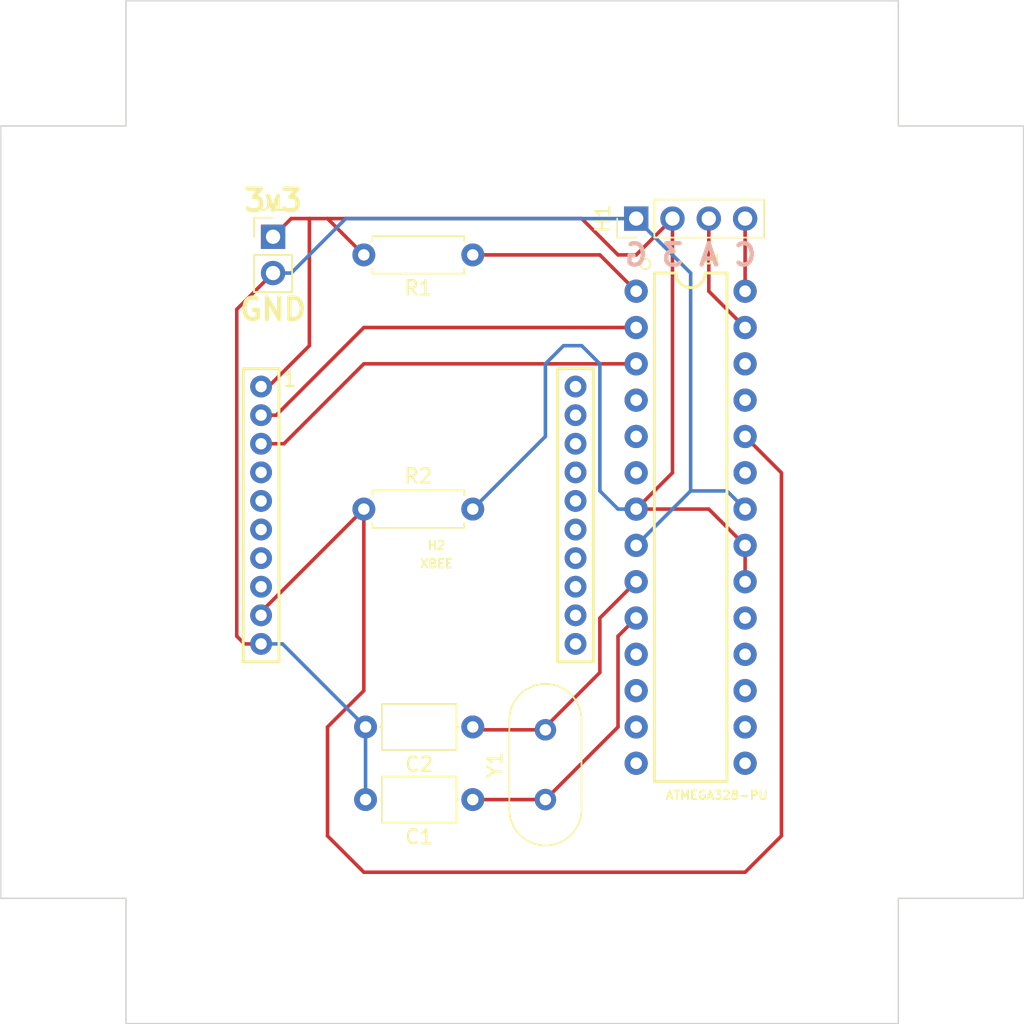
<source format=kicad_pcb>
(kicad_pcb (version 4) (host pcbnew 4.0.7)

  (general
    (links 24)
    (no_connects 0)
    (area 112.979999 53.289999 184.631801 124.941801)
    (thickness 1.6)
    (drawings 18)
    (tracks 70)
    (zones 0)
    (modules 13)
    (nets 41)
  )

  (page A4)
  (layers
    (0 F.Cu signal)
    (31 B.Cu signal)
    (32 B.Adhes user)
    (33 F.Adhes user)
    (34 B.Paste user)
    (35 F.Paste user)
    (36 B.SilkS user)
    (37 F.SilkS user)
    (38 B.Mask user)
    (39 F.Mask user)
    (40 Dwgs.User user)
    (41 Cmts.User user)
    (42 Eco1.User user)
    (43 Eco2.User user)
    (44 Edge.Cuts user)
    (45 Margin user)
    (46 B.CrtYd user)
    (47 F.CrtYd user)
    (48 B.Fab user)
    (49 F.Fab user)
  )

  (setup
    (last_trace_width 0.25)
    (trace_clearance 0.2)
    (zone_clearance 0.508)
    (zone_45_only yes)
    (trace_min 0.2)
    (segment_width 0.2)
    (edge_width 0.1)
    (via_size 0.6)
    (via_drill 0.4)
    (via_min_size 0.4)
    (via_min_drill 0.3)
    (uvia_size 0.3)
    (uvia_drill 0.1)
    (uvias_allowed no)
    (uvia_min_size 0.2)
    (uvia_min_drill 0.1)
    (pcb_text_width 0.3)
    (pcb_text_size 1.5 1.5)
    (mod_edge_width 0.15)
    (mod_text_size 1 1)
    (mod_text_width 0.15)
    (pad_size 3.2 3.2)
    (pad_drill 3.2)
    (pad_to_mask_clearance 0)
    (aux_axis_origin 0 0)
    (visible_elements FFFFFF7F)
    (pcbplotparams
      (layerselection 0x010f0_80000001)
      (usegerberextensions false)
      (excludeedgelayer true)
      (linewidth 0.100000)
      (plotframeref false)
      (viasonmask false)
      (mode 1)
      (useauxorigin false)
      (hpglpennumber 1)
      (hpglpenspeed 20)
      (hpglpendiameter 15)
      (hpglpenoverlay 2)
      (psnegative false)
      (psa4output false)
      (plotreference true)
      (plotvalue true)
      (plotinvisibletext false)
      (padsonsilk false)
      (subtractmaskfromsilk false)
      (outputformat 1)
      (mirror false)
      (drillshape 0)
      (scaleselection 1)
      (outputdirectory gerber/))
  )

  (net 0 "")
  (net 1 "Net-(C1-Pad1)")
  (net 2 GND)
  (net 3 "Net-(C2-Pad1)")
  (net 4 /3v3)
  (net 5 /SDA)
  (net 6 /SCL)
  (net 7 "Net-(H2-Pad2)")
  (net 8 "Net-(H2-Pad3)")
  (net 9 "Net-(H2-Pad4)")
  (net 10 "Net-(H2-Pad5)")
  (net 11 "Net-(H2-Pad6)")
  (net 12 "Net-(H2-Pad7)")
  (net 13 "Net-(H2-Pad8)")
  (net 14 "Net-(H2-Pad9)")
  (net 15 "Net-(H2-Pad11)")
  (net 16 "Net-(H2-Pad12)")
  (net 17 "Net-(H2-Pad13)")
  (net 18 "Net-(H2-Pad14)")
  (net 19 "Net-(H2-Pad15)")
  (net 20 "Net-(H2-Pad16)")
  (net 21 "Net-(H2-Pad17)")
  (net 22 "Net-(H2-Pad18)")
  (net 23 "Net-(H2-Pad19)")
  (net 24 "Net-(H2-Pad20)")
  (net 25 "Net-(U1-Pad4)")
  (net 26 "Net-(U1-Pad5)")
  (net 27 "Net-(U1-Pad6)")
  (net 28 "Net-(U1-Pad11)")
  (net 29 "Net-(U1-Pad12)")
  (net 30 "Net-(U1-Pad13)")
  (net 31 "Net-(U1-Pad14)")
  (net 32 "Net-(U1-Pad15)")
  (net 33 "Net-(U1-Pad16)")
  (net 34 "Net-(U1-Pad17)")
  (net 35 "Net-(U1-Pad18)")
  (net 36 "Net-(U1-Pad19)")
  (net 37 "Net-(U1-Pad23)")
  (net 38 "Net-(U1-Pad25)")
  (net 39 "Net-(U1-Pad26)")
  (net 40 "Net-(R1-Pad1)")

  (net_class Default "This is the default net class."
    (clearance 0.2)
    (trace_width 0.25)
    (via_dia 0.6)
    (via_drill 0.4)
    (uvia_dia 0.3)
    (uvia_drill 0.1)
    (add_net /3v3)
    (add_net /SCL)
    (add_net /SDA)
    (add_net GND)
    (add_net "Net-(C1-Pad1)")
    (add_net "Net-(C2-Pad1)")
    (add_net "Net-(H2-Pad11)")
    (add_net "Net-(H2-Pad12)")
    (add_net "Net-(H2-Pad13)")
    (add_net "Net-(H2-Pad14)")
    (add_net "Net-(H2-Pad15)")
    (add_net "Net-(H2-Pad16)")
    (add_net "Net-(H2-Pad17)")
    (add_net "Net-(H2-Pad18)")
    (add_net "Net-(H2-Pad19)")
    (add_net "Net-(H2-Pad2)")
    (add_net "Net-(H2-Pad20)")
    (add_net "Net-(H2-Pad3)")
    (add_net "Net-(H2-Pad4)")
    (add_net "Net-(H2-Pad5)")
    (add_net "Net-(H2-Pad6)")
    (add_net "Net-(H2-Pad7)")
    (add_net "Net-(H2-Pad8)")
    (add_net "Net-(H2-Pad9)")
    (add_net "Net-(R1-Pad1)")
    (add_net "Net-(U1-Pad11)")
    (add_net "Net-(U1-Pad12)")
    (add_net "Net-(U1-Pad13)")
    (add_net "Net-(U1-Pad14)")
    (add_net "Net-(U1-Pad15)")
    (add_net "Net-(U1-Pad16)")
    (add_net "Net-(U1-Pad17)")
    (add_net "Net-(U1-Pad18)")
    (add_net "Net-(U1-Pad19)")
    (add_net "Net-(U1-Pad23)")
    (add_net "Net-(U1-Pad25)")
    (add_net "Net-(U1-Pad26)")
    (add_net "Net-(U1-Pad4)")
    (add_net "Net-(U1-Pad5)")
    (add_net "Net-(U1-Pad6)")
  )

  (module Capacitors_THT:C_Axial_L5.1mm_D3.1mm_P7.50mm_Horizontal (layer F.Cu) (tedit 597BC7C2) (tstamp 5AD38C93)
    (at 146.05 109.22 180)
    (descr "C, Axial series, Axial, Horizontal, pin pitch=7.5mm, , length*diameter=5.1*3.1mm^2, http://www.vishay.com/docs/45231/arseries.pdf")
    (tags "C Axial series Axial Horizontal pin pitch 7.5mm  length 5.1mm diameter 3.1mm")
    (path /5AC16A57)
    (fp_text reference C1 (at 3.75 -2.61 180) (layer F.SilkS)
      (effects (font (size 1 1) (thickness 0.15)))
    )
    (fp_text value 22pF (at 3.75 2.61 180) (layer F.Fab)
      (effects (font (size 1 1) (thickness 0.15)))
    )
    (fp_line (start 1.2 -1.55) (end 1.2 1.55) (layer F.Fab) (width 0.1))
    (fp_line (start 1.2 1.55) (end 6.3 1.55) (layer F.Fab) (width 0.1))
    (fp_line (start 6.3 1.55) (end 6.3 -1.55) (layer F.Fab) (width 0.1))
    (fp_line (start 6.3 -1.55) (end 1.2 -1.55) (layer F.Fab) (width 0.1))
    (fp_line (start 0 0) (end 1.2 0) (layer F.Fab) (width 0.1))
    (fp_line (start 7.5 0) (end 6.3 0) (layer F.Fab) (width 0.1))
    (fp_line (start 1.14 -1.61) (end 1.14 1.61) (layer F.SilkS) (width 0.12))
    (fp_line (start 1.14 1.61) (end 6.36 1.61) (layer F.SilkS) (width 0.12))
    (fp_line (start 6.36 1.61) (end 6.36 -1.61) (layer F.SilkS) (width 0.12))
    (fp_line (start 6.36 -1.61) (end 1.14 -1.61) (layer F.SilkS) (width 0.12))
    (fp_line (start 0.98 0) (end 1.14 0) (layer F.SilkS) (width 0.12))
    (fp_line (start 6.52 0) (end 6.36 0) (layer F.SilkS) (width 0.12))
    (fp_line (start -1.05 -1.9) (end -1.05 1.9) (layer F.CrtYd) (width 0.05))
    (fp_line (start -1.05 1.9) (end 8.55 1.9) (layer F.CrtYd) (width 0.05))
    (fp_line (start 8.55 1.9) (end 8.55 -1.9) (layer F.CrtYd) (width 0.05))
    (fp_line (start 8.55 -1.9) (end -1.05 -1.9) (layer F.CrtYd) (width 0.05))
    (fp_text user %R (at 3.75 0 180) (layer F.Fab)
      (effects (font (size 1 1) (thickness 0.15)))
    )
    (pad 1 thru_hole circle (at 0 0 180) (size 1.6 1.6) (drill 0.8) (layers *.Cu *.Mask)
      (net 1 "Net-(C1-Pad1)"))
    (pad 2 thru_hole oval (at 7.5 0 180) (size 1.6 1.6) (drill 0.8) (layers *.Cu *.Mask)
      (net 2 GND))
    (model ${KISYS3DMOD}/Capacitors_THT.3dshapes/C_Axial_L5.1mm_D3.1mm_P7.50mm_Horizontal.wrl
      (at (xyz 0 0 0))
      (scale (xyz 1 1 1))
      (rotate (xyz 0 0 0))
    )
  )

  (module Capacitors_THT:C_Axial_L5.1mm_D3.1mm_P7.50mm_Horizontal (layer F.Cu) (tedit 597BC7C2) (tstamp 5AD38C99)
    (at 146.05 104.14 180)
    (descr "C, Axial series, Axial, Horizontal, pin pitch=7.5mm, , length*diameter=5.1*3.1mm^2, http://www.vishay.com/docs/45231/arseries.pdf")
    (tags "C Axial series Axial Horizontal pin pitch 7.5mm  length 5.1mm diameter 3.1mm")
    (path /5AC16AB2)
    (fp_text reference C2 (at 3.75 -2.61 180) (layer F.SilkS)
      (effects (font (size 1 1) (thickness 0.15)))
    )
    (fp_text value 22pF (at 3.75 2.61 180) (layer F.Fab)
      (effects (font (size 1 1) (thickness 0.15)))
    )
    (fp_line (start 1.2 -1.55) (end 1.2 1.55) (layer F.Fab) (width 0.1))
    (fp_line (start 1.2 1.55) (end 6.3 1.55) (layer F.Fab) (width 0.1))
    (fp_line (start 6.3 1.55) (end 6.3 -1.55) (layer F.Fab) (width 0.1))
    (fp_line (start 6.3 -1.55) (end 1.2 -1.55) (layer F.Fab) (width 0.1))
    (fp_line (start 0 0) (end 1.2 0) (layer F.Fab) (width 0.1))
    (fp_line (start 7.5 0) (end 6.3 0) (layer F.Fab) (width 0.1))
    (fp_line (start 1.14 -1.61) (end 1.14 1.61) (layer F.SilkS) (width 0.12))
    (fp_line (start 1.14 1.61) (end 6.36 1.61) (layer F.SilkS) (width 0.12))
    (fp_line (start 6.36 1.61) (end 6.36 -1.61) (layer F.SilkS) (width 0.12))
    (fp_line (start 6.36 -1.61) (end 1.14 -1.61) (layer F.SilkS) (width 0.12))
    (fp_line (start 0.98 0) (end 1.14 0) (layer F.SilkS) (width 0.12))
    (fp_line (start 6.52 0) (end 6.36 0) (layer F.SilkS) (width 0.12))
    (fp_line (start -1.05 -1.9) (end -1.05 1.9) (layer F.CrtYd) (width 0.05))
    (fp_line (start -1.05 1.9) (end 8.55 1.9) (layer F.CrtYd) (width 0.05))
    (fp_line (start 8.55 1.9) (end 8.55 -1.9) (layer F.CrtYd) (width 0.05))
    (fp_line (start 8.55 -1.9) (end -1.05 -1.9) (layer F.CrtYd) (width 0.05))
    (fp_text user %R (at 3.75 0 180) (layer F.Fab)
      (effects (font (size 1 1) (thickness 0.15)))
    )
    (pad 1 thru_hole circle (at 0 0 180) (size 1.6 1.6) (drill 0.8) (layers *.Cu *.Mask)
      (net 3 "Net-(C2-Pad1)"))
    (pad 2 thru_hole oval (at 7.5 0 180) (size 1.6 1.6) (drill 0.8) (layers *.Cu *.Mask)
      (net 2 GND))
    (model ${KISYS3DMOD}/Capacitors_THT.3dshapes/C_Axial_L5.1mm_D3.1mm_P7.50mm_Horizontal.wrl
      (at (xyz 0 0 0))
      (scale (xyz 1 1 1))
      (rotate (xyz 0 0 0))
    )
  )

  (module Socket_Strips:Socket_Strip_Straight_1x04_Pitch2.54mm (layer F.Cu) (tedit 58CD5446) (tstamp 5AD38CA1)
    (at 157.48 68.58 90)
    (descr "Through hole straight socket strip, 1x04, 2.54mm pitch, single row")
    (tags "Through hole socket strip THT 1x04 2.54mm single row")
    (path /5ABED89A)
    (fp_text reference H1 (at 0 -2.33 90) (layer F.SilkS)
      (effects (font (size 1 1) (thickness 0.15)))
    )
    (fp_text value Conn_01x04_Female (at 0 9.95 90) (layer F.Fab)
      (effects (font (size 1 1) (thickness 0.15)))
    )
    (fp_line (start -1.27 -1.27) (end -1.27 8.89) (layer F.Fab) (width 0.1))
    (fp_line (start -1.27 8.89) (end 1.27 8.89) (layer F.Fab) (width 0.1))
    (fp_line (start 1.27 8.89) (end 1.27 -1.27) (layer F.Fab) (width 0.1))
    (fp_line (start 1.27 -1.27) (end -1.27 -1.27) (layer F.Fab) (width 0.1))
    (fp_line (start -1.33 1.27) (end -1.33 8.95) (layer F.SilkS) (width 0.12))
    (fp_line (start -1.33 8.95) (end 1.33 8.95) (layer F.SilkS) (width 0.12))
    (fp_line (start 1.33 8.95) (end 1.33 1.27) (layer F.SilkS) (width 0.12))
    (fp_line (start 1.33 1.27) (end -1.33 1.27) (layer F.SilkS) (width 0.12))
    (fp_line (start -1.33 0) (end -1.33 -1.33) (layer F.SilkS) (width 0.12))
    (fp_line (start -1.33 -1.33) (end 0 -1.33) (layer F.SilkS) (width 0.12))
    (fp_line (start -1.8 -1.8) (end -1.8 9.4) (layer F.CrtYd) (width 0.05))
    (fp_line (start -1.8 9.4) (end 1.8 9.4) (layer F.CrtYd) (width 0.05))
    (fp_line (start 1.8 9.4) (end 1.8 -1.8) (layer F.CrtYd) (width 0.05))
    (fp_line (start 1.8 -1.8) (end -1.8 -1.8) (layer F.CrtYd) (width 0.05))
    (fp_text user %R (at 0 -2.33 90) (layer F.Fab)
      (effects (font (size 1 1) (thickness 0.15)))
    )
    (pad 1 thru_hole rect (at 0 0 90) (size 1.7 1.7) (drill 1) (layers *.Cu *.Mask)
      (net 2 GND))
    (pad 2 thru_hole oval (at 0 2.54 90) (size 1.7 1.7) (drill 1) (layers *.Cu *.Mask)
      (net 4 /3v3))
    (pad 3 thru_hole oval (at 0 5.08 90) (size 1.7 1.7) (drill 1) (layers *.Cu *.Mask)
      (net 5 /SDA))
    (pad 4 thru_hole oval (at 0 7.62 90) (size 1.7 1.7) (drill 1) (layers *.Cu *.Mask)
      (net 6 /SCL))
    (model ${KISYS3DMOD}/Socket_Strips.3dshapes/Socket_Strip_Straight_1x04_Pitch2.54mm.wrl
      (at (xyz 0 -0.15 0))
      (scale (xyz 1 1 1))
      (rotate (xyz 0 0 270))
    )
  )

  (module SparkFun:XBEE (layer F.Cu) (tedit 5AD39156) (tstamp 5AD38CB9)
    (at 142.24 100.33)
    (descr "DIGI XBEE AND XBEE-PRO RF MODULES")
    (tags "DIGI XBEE AND XBEE-PRO RF MODULES")
    (path /5ABED811)
    (attr virtual)
    (fp_text reference H2 (at 1.27 -8.89) (layer F.SilkS)
      (effects (font (size 0.6096 0.6096) (thickness 0.127)))
    )
    (fp_text value XBEE (at 1.27 -7.62) (layer F.SilkS)
      (effects (font (size 0.6096 0.6096) (thickness 0.127)))
    )
    (fp_line (start -4.99872 -27.59964) (end 4.99872 -27.59964) (layer Dwgs.User) (width 0.127))
    (fp_line (start -12.24788 -21.24964) (end -4.99872 -27.59964) (layer Dwgs.User) (width 0.127))
    (fp_line (start 12.24788 -21.24964) (end 4.99872 -27.59964) (layer Dwgs.User) (width 0.127))
    (fp_line (start 9.74852 -21.24964) (end 12.24788 -21.24964) (layer F.SilkS) (width 0.2032))
    (fp_line (start 12.24788 -21.24964) (end 12.24788 -0.7493) (layer F.SilkS) (width 0.2032))
    (fp_line (start 12.24788 -0.7493) (end 9.74852 -0.7493) (layer F.SilkS) (width 0.2032))
    (fp_line (start 9.74852 -21.24964) (end 9.74852 -0.7493) (layer F.SilkS) (width 0.2032))
    (fp_line (start -9.74852 -21.24964) (end -12.24788 -21.24964) (layer F.SilkS) (width 0.2032))
    (fp_line (start -12.24788 -21.24964) (end -12.24788 -0.7493) (layer F.SilkS) (width 0.2032))
    (fp_line (start -12.24788 -0.7493) (end -9.74852 -0.7493) (layer F.SilkS) (width 0.2032))
    (fp_line (start -9.74852 -21.24964) (end -9.74852 -0.7493) (layer F.SilkS) (width 0.2032))
    (fp_line (start -12.24788 -0.7493) (end -12.24788 0) (layer Dwgs.User) (width 0.127))
    (fp_line (start 12.24788 -0.7493) (end 12.24788 0) (layer Dwgs.User) (width 0.127))
    (fp_line (start -12.24788 0) (end 12.24788 0) (layer Dwgs.User) (width 0.127))
    (fp_line (start 12.24788 0) (end 12.24788 6.2484) (layer Dwgs.User) (width 0.127))
    (fp_line (start -12.24788 0) (end -12.24788 6.2484) (layer Dwgs.User) (width 0.127))
    (fp_line (start -12.24788 6.2484) (end 12.24788 6.2484) (layer Dwgs.User) (width 0.127))
    (fp_text user 1 (at -8.9916 -20.50796) (layer F.SilkS)
      (effects (font (size 1.016 1.016) (thickness 0.1524)))
    )
    (pad 1 thru_hole circle (at -10.9982 -19.99996) (size 1.524 1.524) (drill 0.79756) (layers *.Cu *.Paste *.Mask)
      (net 4 /3v3))
    (pad 2 thru_hole circle (at -10.9982 -17.99844) (size 1.524 1.524) (drill 0.79756) (layers *.Cu *.Paste *.Mask)
      (net 7 "Net-(H2-Pad2)"))
    (pad 3 thru_hole circle (at -10.9982 -15.99946) (size 1.524 1.524) (drill 0.79756) (layers *.Cu *.Paste *.Mask)
      (net 8 "Net-(H2-Pad3)"))
    (pad 4 thru_hole circle (at -10.9982 -13.99794) (size 1.524 1.524) (drill 0.79756) (layers *.Cu *.Paste *.Mask)
      (net 9 "Net-(H2-Pad4)"))
    (pad 5 thru_hole circle (at -10.9982 -11.99896) (size 1.524 1.524) (drill 0.79756) (layers *.Cu *.Paste *.Mask)
      (net 10 "Net-(H2-Pad5)"))
    (pad 6 thru_hole circle (at -10.9982 -9.99998) (size 1.524 1.524) (drill 0.79756) (layers *.Cu *.Paste *.Mask)
      (net 11 "Net-(H2-Pad6)"))
    (pad 7 thru_hole circle (at -10.9982 -7.99846) (size 1.524 1.524) (drill 0.79756) (layers *.Cu *.Paste *.Mask)
      (net 12 "Net-(H2-Pad7)"))
    (pad 8 thru_hole circle (at -10.9982 -5.99948) (size 1.524 1.524) (drill 0.79756) (layers *.Cu *.Paste *.Mask)
      (net 13 "Net-(H2-Pad8)"))
    (pad 9 thru_hole circle (at -10.9982 -3.99796) (size 1.524 1.524) (drill 0.79756) (layers *.Cu *.Paste *.Mask)
      (net 14 "Net-(H2-Pad9)"))
    (pad 10 thru_hole circle (at -10.9982 -1.99898) (size 1.524 1.524) (drill 0.79756) (layers *.Cu *.Paste *.Mask)
      (net 2 GND))
    (pad 11 thru_hole circle (at 10.9982 -1.99898) (size 1.524 1.524) (drill 0.79756) (layers *.Cu *.Paste *.Mask)
      (net 15 "Net-(H2-Pad11)"))
    (pad 12 thru_hole circle (at 10.9982 -3.99796) (size 1.524 1.524) (drill 0.79756) (layers *.Cu *.Paste *.Mask)
      (net 16 "Net-(H2-Pad12)"))
    (pad 13 thru_hole circle (at 10.9982 -5.99948) (size 1.524 1.524) (drill 0.79756) (layers *.Cu *.Paste *.Mask)
      (net 17 "Net-(H2-Pad13)"))
    (pad 14 thru_hole circle (at 10.9982 -7.99846) (size 1.524 1.524) (drill 0.79756) (layers *.Cu *.Paste *.Mask)
      (net 18 "Net-(H2-Pad14)"))
    (pad 15 thru_hole circle (at 10.9982 -9.99998) (size 1.524 1.524) (drill 0.79756) (layers *.Cu *.Paste *.Mask)
      (net 19 "Net-(H2-Pad15)"))
    (pad 16 thru_hole circle (at 10.9982 -11.99896) (size 1.524 1.524) (drill 0.79756) (layers *.Cu *.Paste *.Mask)
      (net 20 "Net-(H2-Pad16)"))
    (pad 17 thru_hole circle (at 10.9982 -13.99794) (size 1.524 1.524) (drill 0.79756) (layers *.Cu *.Paste *.Mask)
      (net 21 "Net-(H2-Pad17)"))
    (pad 18 thru_hole circle (at 10.9982 -15.99946) (size 1.524 1.524) (drill 0.79756) (layers *.Cu *.Paste *.Mask)
      (net 22 "Net-(H2-Pad18)"))
    (pad 19 thru_hole circle (at 10.9982 -17.99844) (size 1.524 1.524) (drill 0.79756) (layers *.Cu *.Paste *.Mask)
      (net 23 "Net-(H2-Pad19)"))
    (pad 20 thru_hole circle (at 10.9982 -19.99996) (size 1.524 1.524) (drill 0.79756) (layers *.Cu *.Paste *.Mask)
      (net 24 "Net-(H2-Pad20)"))
  )

  (module Socket_Strips:Socket_Strip_Straight_1x02_Pitch2.54mm (layer F.Cu) (tedit 58CD5446) (tstamp 5AD38CBF)
    (at 132.08 69.85)
    (descr "Through hole straight socket strip, 1x02, 2.54mm pitch, single row")
    (tags "Through hole socket strip THT 1x02 2.54mm single row")
    (path /5AD38403)
    (fp_text reference J1 (at 0 -2.33) (layer F.SilkS)
      (effects (font (size 1 1) (thickness 0.15)))
    )
    (fp_text value Conn_01x02_Female (at 0 4.87) (layer F.Fab)
      (effects (font (size 1 1) (thickness 0.15)))
    )
    (fp_line (start -1.27 -1.27) (end -1.27 3.81) (layer F.Fab) (width 0.1))
    (fp_line (start -1.27 3.81) (end 1.27 3.81) (layer F.Fab) (width 0.1))
    (fp_line (start 1.27 3.81) (end 1.27 -1.27) (layer F.Fab) (width 0.1))
    (fp_line (start 1.27 -1.27) (end -1.27 -1.27) (layer F.Fab) (width 0.1))
    (fp_line (start -1.33 1.27) (end -1.33 3.87) (layer F.SilkS) (width 0.12))
    (fp_line (start -1.33 3.87) (end 1.33 3.87) (layer F.SilkS) (width 0.12))
    (fp_line (start 1.33 3.87) (end 1.33 1.27) (layer F.SilkS) (width 0.12))
    (fp_line (start 1.33 1.27) (end -1.33 1.27) (layer F.SilkS) (width 0.12))
    (fp_line (start -1.33 0) (end -1.33 -1.33) (layer F.SilkS) (width 0.12))
    (fp_line (start -1.33 -1.33) (end 0 -1.33) (layer F.SilkS) (width 0.12))
    (fp_line (start -1.8 -1.8) (end -1.8 4.35) (layer F.CrtYd) (width 0.05))
    (fp_line (start -1.8 4.35) (end 1.8 4.35) (layer F.CrtYd) (width 0.05))
    (fp_line (start 1.8 4.35) (end 1.8 -1.8) (layer F.CrtYd) (width 0.05))
    (fp_line (start 1.8 -1.8) (end -1.8 -1.8) (layer F.CrtYd) (width 0.05))
    (fp_text user %R (at 0 -2.33) (layer F.Fab)
      (effects (font (size 1 1) (thickness 0.15)))
    )
    (pad 1 thru_hole rect (at 0 0) (size 1.7 1.7) (drill 1) (layers *.Cu *.Mask)
      (net 4 /3v3))
    (pad 2 thru_hole oval (at 0 2.54) (size 1.7 1.7) (drill 1) (layers *.Cu *.Mask)
      (net 2 GND))
    (model ${KISYS3DMOD}/Socket_Strips.3dshapes/Socket_Strip_Straight_1x02_Pitch2.54mm.wrl
      (at (xyz 0 -0.05 0))
      (scale (xyz 1 1 1))
      (rotate (xyz 0 0 270))
    )
  )

  (module Resistors_THT:R_Axial_DIN0207_L6.3mm_D2.5mm_P7.62mm_Horizontal (layer F.Cu) (tedit 5874F706) (tstamp 5AD38CC5)
    (at 146.05 71.12 180)
    (descr "Resistor, Axial_DIN0207 series, Axial, Horizontal, pin pitch=7.62mm, 0.25W = 1/4W, length*diameter=6.3*2.5mm^2, http://cdn-reichelt.de/documents/datenblatt/B400/1_4W%23YAG.pdf")
    (tags "Resistor Axial_DIN0207 series Axial Horizontal pin pitch 7.62mm 0.25W = 1/4W length 6.3mm diameter 2.5mm")
    (path /5AC15738)
    (fp_text reference R1 (at 3.81 -2.31 180) (layer F.SilkS)
      (effects (font (size 1 1) (thickness 0.15)))
    )
    (fp_text value 10k (at 3.81 2.31 180) (layer F.Fab)
      (effects (font (size 1 1) (thickness 0.15)))
    )
    (fp_line (start 0.66 -1.25) (end 0.66 1.25) (layer F.Fab) (width 0.1))
    (fp_line (start 0.66 1.25) (end 6.96 1.25) (layer F.Fab) (width 0.1))
    (fp_line (start 6.96 1.25) (end 6.96 -1.25) (layer F.Fab) (width 0.1))
    (fp_line (start 6.96 -1.25) (end 0.66 -1.25) (layer F.Fab) (width 0.1))
    (fp_line (start 0 0) (end 0.66 0) (layer F.Fab) (width 0.1))
    (fp_line (start 7.62 0) (end 6.96 0) (layer F.Fab) (width 0.1))
    (fp_line (start 0.6 -0.98) (end 0.6 -1.31) (layer F.SilkS) (width 0.12))
    (fp_line (start 0.6 -1.31) (end 7.02 -1.31) (layer F.SilkS) (width 0.12))
    (fp_line (start 7.02 -1.31) (end 7.02 -0.98) (layer F.SilkS) (width 0.12))
    (fp_line (start 0.6 0.98) (end 0.6 1.31) (layer F.SilkS) (width 0.12))
    (fp_line (start 0.6 1.31) (end 7.02 1.31) (layer F.SilkS) (width 0.12))
    (fp_line (start 7.02 1.31) (end 7.02 0.98) (layer F.SilkS) (width 0.12))
    (fp_line (start -1.05 -1.6) (end -1.05 1.6) (layer F.CrtYd) (width 0.05))
    (fp_line (start -1.05 1.6) (end 8.7 1.6) (layer F.CrtYd) (width 0.05))
    (fp_line (start 8.7 1.6) (end 8.7 -1.6) (layer F.CrtYd) (width 0.05))
    (fp_line (start 8.7 -1.6) (end -1.05 -1.6) (layer F.CrtYd) (width 0.05))
    (pad 1 thru_hole circle (at 0 0 180) (size 1.6 1.6) (drill 0.8) (layers *.Cu *.Mask)
      (net 40 "Net-(R1-Pad1)"))
    (pad 2 thru_hole oval (at 7.62 0 180) (size 1.6 1.6) (drill 0.8) (layers *.Cu *.Mask)
      (net 4 /3v3))
    (model ${KISYS3DMOD}/Resistors_THT.3dshapes/R_Axial_DIN0207_L6.3mm_D2.5mm_P7.62mm_Horizontal.wrl
      (at (xyz 0 0 0))
      (scale (xyz 0.393701 0.393701 0.393701))
      (rotate (xyz 0 0 0))
    )
  )

  (module SparkFun:DIP28 (layer F.Cu) (tedit 200000) (tstamp 5AD38CE5)
    (at 161.29 90.17 270)
    (descr "STANDARD 28-PIN DIP PACKAGE.")
    (tags "STANDARD 28-PIN DIP PACKAGE.")
    (path /5ABED930)
    (attr virtual)
    (fp_text reference U1 (at -18.7198 -1.524 360) (layer F.SilkS)
      (effects (font (size 0.6096 0.6096) (thickness 0.127)))
    )
    (fp_text value ATMEGA328-PU (at 18.7452 -1.8288 360) (layer F.SilkS)
      (effects (font (size 0.6096 0.6096) (thickness 0.127)))
    )
    (fp_line (start 17.78 -2.54) (end -17.78 -2.54) (layer F.SilkS) (width 0.2032))
    (fp_line (start -17.78 2.54) (end 17.78 2.54) (layer F.SilkS) (width 0.2032))
    (fp_line (start 17.78 -2.54) (end 17.78 2.54) (layer F.SilkS) (width 0.2032))
    (fp_line (start -17.78 -2.54) (end -17.78 -1.016) (layer F.SilkS) (width 0.2032))
    (fp_line (start -17.78 2.54) (end -17.78 1.016) (layer F.SilkS) (width 0.2032))
    (fp_circle (center -18.415 3.175) (end -18.669 3.429) (layer F.SilkS) (width 0.127))
    (fp_arc (start -17.78 0) (end -17.78 -1.016) (angle 180) (layer F.SilkS) (width 0.2032))
    (pad 1 thru_hole circle (at -16.51 3.81 270) (size 1.6256 1.6256) (drill 0.8128) (layers *.Cu *.Paste *.Mask)
      (net 40 "Net-(R1-Pad1)"))
    (pad 2 thru_hole circle (at -13.97 3.81 270) (size 1.6256 1.6256) (drill 0.8128) (layers *.Cu *.Paste *.Mask)
      (net 7 "Net-(H2-Pad2)"))
    (pad 3 thru_hole circle (at -11.43 3.81 270) (size 1.6256 1.6256) (drill 0.8128) (layers *.Cu *.Paste *.Mask)
      (net 8 "Net-(H2-Pad3)"))
    (pad 4 thru_hole circle (at -8.89 3.81 270) (size 1.6256 1.6256) (drill 0.8128) (layers *.Cu *.Paste *.Mask)
      (net 25 "Net-(U1-Pad4)"))
    (pad 5 thru_hole circle (at -6.35 3.81 270) (size 1.6256 1.6256) (drill 0.8128) (layers *.Cu *.Paste *.Mask)
      (net 26 "Net-(U1-Pad5)"))
    (pad 6 thru_hole circle (at -3.81 3.81 270) (size 1.6256 1.6256) (drill 0.8128) (layers *.Cu *.Paste *.Mask)
      (net 27 "Net-(U1-Pad6)"))
    (pad 7 thru_hole circle (at -1.27 3.81 270) (size 1.6256 1.6256) (drill 0.8128) (layers *.Cu *.Paste *.Mask)
      (net 4 /3v3))
    (pad 8 thru_hole circle (at 1.27 3.81 270) (size 1.6256 1.6256) (drill 0.8128) (layers *.Cu *.Paste *.Mask)
      (net 2 GND))
    (pad 9 thru_hole circle (at 3.81 3.81 270) (size 1.6256 1.6256) (drill 0.8128) (layers *.Cu *.Paste *.Mask)
      (net 3 "Net-(C2-Pad1)"))
    (pad 10 thru_hole circle (at 6.35 3.81 270) (size 1.6256 1.6256) (drill 0.8128) (layers *.Cu *.Paste *.Mask)
      (net 1 "Net-(C1-Pad1)"))
    (pad 11 thru_hole circle (at 8.89 3.81 270) (size 1.6256 1.6256) (drill 0.8128) (layers *.Cu *.Paste *.Mask)
      (net 28 "Net-(U1-Pad11)"))
    (pad 12 thru_hole circle (at 11.43 3.81 270) (size 1.6256 1.6256) (drill 0.8128) (layers *.Cu *.Paste *.Mask)
      (net 29 "Net-(U1-Pad12)"))
    (pad 13 thru_hole circle (at 13.97 3.81 270) (size 1.6256 1.6256) (drill 0.8128) (layers *.Cu *.Paste *.Mask)
      (net 30 "Net-(U1-Pad13)"))
    (pad 14 thru_hole circle (at 16.51 3.81 270) (size 1.6256 1.6256) (drill 0.8128) (layers *.Cu *.Paste *.Mask)
      (net 31 "Net-(U1-Pad14)"))
    (pad 15 thru_hole circle (at 16.51 -3.81 270) (size 1.6256 1.6256) (drill 0.8128) (layers *.Cu *.Paste *.Mask)
      (net 32 "Net-(U1-Pad15)"))
    (pad 16 thru_hole circle (at 13.97 -3.81 270) (size 1.6256 1.6256) (drill 0.8128) (layers *.Cu *.Paste *.Mask)
      (net 33 "Net-(U1-Pad16)"))
    (pad 17 thru_hole circle (at 11.43 -3.81 270) (size 1.6256 1.6256) (drill 0.8128) (layers *.Cu *.Paste *.Mask)
      (net 34 "Net-(U1-Pad17)"))
    (pad 18 thru_hole circle (at 8.89 -3.81 270) (size 1.6256 1.6256) (drill 0.8128) (layers *.Cu *.Paste *.Mask)
      (net 35 "Net-(U1-Pad18)"))
    (pad 19 thru_hole circle (at 6.35 -3.81 270) (size 1.6256 1.6256) (drill 0.8128) (layers *.Cu *.Paste *.Mask)
      (net 36 "Net-(U1-Pad19)"))
    (pad 20 thru_hole circle (at 3.81 -3.81 270) (size 1.6256 1.6256) (drill 0.8128) (layers *.Cu *.Paste *.Mask)
      (net 4 /3v3))
    (pad 21 thru_hole circle (at 1.27 -3.81 270) (size 1.6256 1.6256) (drill 0.8128) (layers *.Cu *.Paste *.Mask)
      (net 4 /3v3))
    (pad 22 thru_hole circle (at -1.27 -3.81 270) (size 1.6256 1.6256) (drill 0.8128) (layers *.Cu *.Paste *.Mask)
      (net 2 GND))
    (pad 23 thru_hole circle (at -3.81 -3.81 270) (size 1.6256 1.6256) (drill 0.8128) (layers *.Cu *.Paste *.Mask)
      (net 37 "Net-(U1-Pad23)"))
    (pad 24 thru_hole circle (at -6.35 -3.81 270) (size 1.6256 1.6256) (drill 0.8128) (layers *.Cu *.Paste *.Mask)
      (net 14 "Net-(H2-Pad9)"))
    (pad 25 thru_hole circle (at -8.89 -3.81 270) (size 1.6256 1.6256) (drill 0.8128) (layers *.Cu *.Paste *.Mask)
      (net 38 "Net-(U1-Pad25)"))
    (pad 26 thru_hole circle (at -11.43 -3.81 270) (size 1.6256 1.6256) (drill 0.8128) (layers *.Cu *.Paste *.Mask)
      (net 39 "Net-(U1-Pad26)"))
    (pad 27 thru_hole circle (at -13.97 -3.81 270) (size 1.6256 1.6256) (drill 0.8128) (layers *.Cu *.Paste *.Mask)
      (net 5 /SDA))
    (pad 28 thru_hole circle (at -16.51 -3.81 270) (size 1.6256 1.6256) (drill 0.8128) (layers *.Cu *.Paste *.Mask)
      (net 6 /SCL))
  )

  (module Crystals:Crystal_HC49-U_Vertical (layer F.Cu) (tedit 5AD39168) (tstamp 5AD38CEB)
    (at 151.13 109.22 90)
    (descr "Crystal THT HC-49/U http://5hertz.com/pdfs/04404_D.pdf")
    (tags "THT crystalHC-49/U")
    (path /5AC169DE)
    (fp_text reference Y1 (at 2.44 -3.525 90) (layer F.SilkS)
      (effects (font (size 1 1) (thickness 0.15)))
    )
    (fp_text value 16MHz (at 2.44 3.525 90) (layer F.Fab)
      (effects (font (size 1 1) (thickness 0.15)))
    )
    (fp_text user %R (at 2.44 0 90) (layer F.Fab)
      (effects (font (size 1 1) (thickness 0.15)))
    )
    (fp_line (start -0.685 -2.325) (end 5.565 -2.325) (layer F.Fab) (width 0.1))
    (fp_line (start -0.685 2.325) (end 5.565 2.325) (layer F.Fab) (width 0.1))
    (fp_line (start -0.56 -2) (end 5.44 -2) (layer F.Fab) (width 0.1))
    (fp_line (start -0.56 2) (end 5.44 2) (layer F.Fab) (width 0.1))
    (fp_line (start -0.685 -2.525) (end 5.565 -2.525) (layer F.SilkS) (width 0.12))
    (fp_line (start -0.685 2.525) (end 5.565 2.525) (layer F.SilkS) (width 0.12))
    (fp_line (start -3.5 -2.8) (end -3.5 2.8) (layer F.CrtYd) (width 0.05))
    (fp_line (start -3.5 2.8) (end 8.4 2.8) (layer F.CrtYd) (width 0.05))
    (fp_line (start 8.4 2.8) (end 8.4 -2.8) (layer F.CrtYd) (width 0.05))
    (fp_line (start 8.4 -2.8) (end -3.5 -2.8) (layer F.CrtYd) (width 0.05))
    (fp_arc (start -0.685 0) (end -0.685 -2.325) (angle -180) (layer F.Fab) (width 0.1))
    (fp_arc (start 5.565 0) (end 5.565 -2.325) (angle 180) (layer F.Fab) (width 0.1))
    (fp_arc (start -0.56 0) (end -0.56 -2) (angle -180) (layer F.Fab) (width 0.1))
    (fp_arc (start 5.44 0) (end 5.44 -2) (angle 180) (layer F.Fab) (width 0.1))
    (fp_arc (start -0.685 0) (end -0.685 -2.525) (angle -180) (layer F.SilkS) (width 0.12))
    (fp_arc (start 5.565 0) (end 5.565 -2.525) (angle 180) (layer F.SilkS) (width 0.12))
    (pad 1 thru_hole circle (at 0 0 90) (size 1.5 1.5) (drill 0.8) (layers *.Cu *.Mask)
      (net 1 "Net-(C1-Pad1)"))
    (pad 2 thru_hole circle (at 4.88 0 90) (size 1.5 1.5) (drill 0.8) (layers *.Cu *.Mask)
      (net 3 "Net-(C2-Pad1)"))
    (model ${KISYS3DMOD}/Crystals.3dshapes/Crystal_HC49-U_Vertical.wrl
      (at (xyz 0 0 0))
      (scale (xyz 0.393701 0.393701 0.393701))
      (rotate (xyz 0 0 0))
    )
  )

  (module Mounting_Holes:MountingHole_3.2mm_M3 (layer F.Cu) (tedit 5AF4D543) (tstamp 5AF4CDCF)
    (at 124.5743 64.8843)
    (descr "Mounting Hole 3.2mm, no annular, M3")
    (tags "mounting hole 3.2mm no annular m3")
    (attr virtual)
    (fp_text reference "" (at 0 -4.2) (layer F.SilkS)
      (effects (font (size 1 1) (thickness 0.15)))
    )
    (fp_text value MountingHole_3.2mm_M3 (at 0 4.2) (layer F.Fab)
      (effects (font (size 1 1) (thickness 0.15)))
    )
    (fp_text user %R (at 0.3 0) (layer F.Fab)
      (effects (font (size 1 1) (thickness 0.15)))
    )
    (fp_circle (center 0 0) (end 3.2 0) (layer Cmts.User) (width 0.15))
    (fp_circle (center 0 0) (end 3.45 0) (layer F.CrtYd) (width 0.05))
    (pad "" np_thru_hole circle (at 0 0) (size 3.2 3.2) (drill 3.2) (layers *.Cu *.Mask))
  )

  (module Mounting_Holes:MountingHole_3.2mm_M3 (layer F.Cu) (tedit 5AF4D54B) (tstamp 5AF4CEBE)
    (at 173.0375 64.8843)
    (descr "Mounting Hole 3.2mm, no annular, M3")
    (tags "mounting hole 3.2mm no annular m3")
    (attr virtual)
    (fp_text reference "" (at 0 -4.2) (layer F.SilkS)
      (effects (font (size 1 1) (thickness 0.15)))
    )
    (fp_text value MountingHole_3.2mm_M3 (at 0 4.2) (layer F.Fab)
      (effects (font (size 1 1) (thickness 0.15)))
    )
    (fp_text user %R (at 0.3 0) (layer F.Fab)
      (effects (font (size 1 1) (thickness 0.15)))
    )
    (fp_circle (center 0 0) (end 3.2 0) (layer Cmts.User) (width 0.15))
    (fp_circle (center 0 0) (end 3.45 0) (layer F.CrtYd) (width 0.05))
    (pad 1 np_thru_hole circle (at 0 0) (size 3.2 3.2) (drill 3.2) (layers *.Cu *.Mask))
  )

  (module Mounting_Holes:MountingHole_3.2mm_M3 (layer F.Cu) (tedit 5AF4D558) (tstamp 5AF4CEF2)
    (at 124.5743 113.3475)
    (descr "Mounting Hole 3.2mm, no annular, M3")
    (tags "mounting hole 3.2mm no annular m3")
    (attr virtual)
    (fp_text reference "" (at 0 -4.2) (layer F.SilkS)
      (effects (font (size 1 1) (thickness 0.15)))
    )
    (fp_text value MountingHole_3.2mm_M3 (at 0 4.2) (layer F.Fab)
      (effects (font (size 1 1) (thickness 0.15)))
    )
    (fp_text user %R (at 0.3 0) (layer F.Fab)
      (effects (font (size 1 1) (thickness 0.15)))
    )
    (fp_circle (center 0 0) (end 3.2 0) (layer Cmts.User) (width 0.15))
    (fp_circle (center 0 0) (end 3.45 0) (layer F.CrtYd) (width 0.05))
    (pad 1 np_thru_hole circle (at 0 0) (size 3.2 3.2) (drill 3.2) (layers *.Cu *.Mask))
  )

  (module Mounting_Holes:MountingHole_3.2mm_M3 (layer F.Cu) (tedit 5AF4D552) (tstamp 5AF4CF21)
    (at 173.0375 113.3475)
    (descr "Mounting Hole 3.2mm, no annular, M3")
    (tags "mounting hole 3.2mm no annular m3")
    (attr virtual)
    (fp_text reference "" (at 0 -4.2) (layer F.SilkS)
      (effects (font (size 1 1) (thickness 0.15)))
    )
    (fp_text value MountingHole_3.2mm_M3 (at 0 4.2) (layer F.Fab)
      (effects (font (size 1 1) (thickness 0.15)))
    )
    (fp_text user %R (at 0.3 0) (layer F.Fab)
      (effects (font (size 1 1) (thickness 0.15)))
    )
    (fp_circle (center 0 0) (end 3.2 0) (layer Cmts.User) (width 0.15))
    (fp_circle (center 0 0) (end 3.45 0) (layer F.CrtYd) (width 0.05))
    (pad 1 np_thru_hole circle (at 0 0) (size 3.2 3.2) (drill 3.2) (layers *.Cu *.Mask))
  )

  (module Resistors_THT:R_Axial_DIN0207_L6.3mm_D2.5mm_P7.62mm_Horizontal (layer F.Cu) (tedit 5874F706) (tstamp 5B43EA59)
    (at 138.43 88.9)
    (descr "Resistor, Axial_DIN0207 series, Axial, Horizontal, pin pitch=7.62mm, 0.25W = 1/4W, length*diameter=6.3*2.5mm^2, http://cdn-reichelt.de/documents/datenblatt/B400/1_4W%23YAG.pdf")
    (tags "Resistor Axial_DIN0207 series Axial Horizontal pin pitch 7.62mm 0.25W = 1/4W length 6.3mm diameter 2.5mm")
    (path /5B43E5EE)
    (fp_text reference R2 (at 3.81 -2.31) (layer F.SilkS)
      (effects (font (size 1 1) (thickness 0.15)))
    )
    (fp_text value 10k (at 3.81 2.31) (layer F.Fab)
      (effects (font (size 1 1) (thickness 0.15)))
    )
    (fp_line (start 0.66 -1.25) (end 0.66 1.25) (layer F.Fab) (width 0.1))
    (fp_line (start 0.66 1.25) (end 6.96 1.25) (layer F.Fab) (width 0.1))
    (fp_line (start 6.96 1.25) (end 6.96 -1.25) (layer F.Fab) (width 0.1))
    (fp_line (start 6.96 -1.25) (end 0.66 -1.25) (layer F.Fab) (width 0.1))
    (fp_line (start 0 0) (end 0.66 0) (layer F.Fab) (width 0.1))
    (fp_line (start 7.62 0) (end 6.96 0) (layer F.Fab) (width 0.1))
    (fp_line (start 0.6 -0.98) (end 0.6 -1.31) (layer F.SilkS) (width 0.12))
    (fp_line (start 0.6 -1.31) (end 7.02 -1.31) (layer F.SilkS) (width 0.12))
    (fp_line (start 7.02 -1.31) (end 7.02 -0.98) (layer F.SilkS) (width 0.12))
    (fp_line (start 0.6 0.98) (end 0.6 1.31) (layer F.SilkS) (width 0.12))
    (fp_line (start 0.6 1.31) (end 7.02 1.31) (layer F.SilkS) (width 0.12))
    (fp_line (start 7.02 1.31) (end 7.02 0.98) (layer F.SilkS) (width 0.12))
    (fp_line (start -1.05 -1.6) (end -1.05 1.6) (layer F.CrtYd) (width 0.05))
    (fp_line (start -1.05 1.6) (end 8.7 1.6) (layer F.CrtYd) (width 0.05))
    (fp_line (start 8.7 1.6) (end 8.7 -1.6) (layer F.CrtYd) (width 0.05))
    (fp_line (start 8.7 -1.6) (end -1.05 -1.6) (layer F.CrtYd) (width 0.05))
    (pad 1 thru_hole circle (at 0 0) (size 1.6 1.6) (drill 0.8) (layers *.Cu *.Mask)
      (net 14 "Net-(H2-Pad9)"))
    (pad 2 thru_hole oval (at 7.62 0) (size 1.6 1.6) (drill 0.8) (layers *.Cu *.Mask)
      (net 4 /3v3))
    (model ${KISYS3DMOD}/Resistors_THT.3dshapes/R_Axial_DIN0207_L6.3mm_D2.5mm_P7.62mm_Horizontal.wrl
      (at (xyz 0 0 0))
      (scale (xyz 0.393701 0.393701 0.393701))
      (rotate (xyz 0 0 0))
    )
  )

  (gr_text 3 (at 160.02 71.12) (layer B.SilkS)
    (effects (font (size 1.5 1.5) (thickness 0.3)) (justify mirror))
  )
  (gr_text G (at 157.48 71.12) (layer B.SilkS)
    (effects (font (size 1.5 1.5) (thickness 0.3)) (justify mirror))
  )
  (gr_text C (at 165.1 71.12) (layer B.SilkS)
    (effects (font (size 1.5 1.5) (thickness 0.3)) (justify mirror))
  )
  (gr_text A (at 162.56 71.12) (layer B.SilkS)
    (effects (font (size 1.5 1.5) (thickness 0.3)) (justify mirror))
  )
  (gr_text 3v3 (at 132.08 67.31) (layer F.SilkS)
    (effects (font (size 1.5 1.5) (thickness 0.3)))
  )
  (gr_text GND (at 132.08 74.93) (layer F.SilkS)
    (effects (font (size 1.5 1.5) (thickness 0.3)))
  )
  (gr_line (start 113.03 62.103) (end 113.03 116.1288) (angle 90) (layer Edge.Cuts) (width 0.1))
  (gr_line (start 121.793 116.1288) (end 113.03 116.1288) (angle 90) (layer Edge.Cuts) (width 0.1))
  (gr_line (start 121.793 124.8918) (end 121.793 116.1288) (angle 90) (layer Edge.Cuts) (width 0.1))
  (gr_line (start 175.793 124.8918) (end 121.793 124.8918) (angle 90) (layer Edge.Cuts) (width 0.1))
  (gr_line (start 175.8188 116.1288) (end 175.8188 124.8918) (angle 90) (layer Edge.Cuts) (width 0.1))
  (gr_line (start 184.5818 116.1288) (end 175.8188 116.1288) (angle 90) (layer Edge.Cuts) (width 0.1))
  (gr_line (start 184.5818 62.103) (end 184.5818 116.1288) (angle 90) (layer Edge.Cuts) (width 0.1))
  (gr_line (start 175.8188 62.103) (end 184.5818 62.103) (angle 90) (layer Edge.Cuts) (width 0.1))
  (gr_line (start 175.8188 53.34) (end 175.8188 62.103) (angle 90) (layer Edge.Cuts) (width 0.1))
  (gr_line (start 121.793 53.34) (end 175.8188 53.34) (angle 90) (layer Edge.Cuts) (width 0.1))
  (gr_line (start 121.793 62.103) (end 121.793 53.34) (angle 90) (layer Edge.Cuts) (width 0.1))
  (gr_line (start 113.03 62.103) (end 121.793 62.103) (angle 90) (layer Edge.Cuts) (width 0.1))

  (segment (start 151.13 109.22) (end 146.05 109.22) (width 0.25) (layer F.Cu) (net 1))
  (segment (start 157.48 96.52) (end 156.21 97.79) (width 0.25) (layer F.Cu) (net 1))
  (segment (start 156.21 104.14) (end 151.13 109.22) (width 0.25) (layer F.Cu) (net 1) (tstamp 5AD38EDA))
  (segment (start 156.21 97.79) (end 156.21 104.14) (width 0.25) (layer F.Cu) (net 1) (tstamp 5AD38ED9))
  (segment (start 138.55 104.14) (end 138.55 109.22) (width 0.25) (layer B.Cu) (net 2) (status C00000))
  (segment (start 131.2418 98.33102) (end 132.74102 98.33102) (width 0.25) (layer B.Cu) (net 2) (status 400000))
  (segment (start 132.74102 98.33102) (end 138.55 104.14) (width 0.25) (layer B.Cu) (net 2) (tstamp 5B43EA96) (status 800000))
  (segment (start 161.29 87.63) (end 163.83 87.63) (width 0.25) (layer B.Cu) (net 2))
  (segment (start 163.83 87.63) (end 165.1 88.9) (width 0.25) (layer B.Cu) (net 2) (tstamp 5B43EA82) (status 800000))
  (segment (start 157.48 68.58) (end 161.29 72.39) (width 0.25) (layer B.Cu) (net 2) (status 400000))
  (segment (start 161.29 87.63) (end 157.48 91.44) (width 0.25) (layer B.Cu) (net 2) (tstamp 5B43EA7E) (status 800000))
  (segment (start 161.29 72.39) (end 161.29 87.63) (width 0.25) (layer B.Cu) (net 2) (tstamp 5B43EA7D))
  (segment (start 132.08 72.39) (end 133.35 72.39) (width 0.25) (layer B.Cu) (net 2) (status 400000))
  (segment (start 137.16 68.58) (end 157.48 68.58) (width 0.25) (layer B.Cu) (net 2) (tstamp 5B43EA79) (status 800000))
  (segment (start 133.35 72.39) (end 137.16 68.58) (width 0.25) (layer B.Cu) (net 2) (tstamp 5B43EA77))
  (segment (start 131.2418 98.33102) (end 130.08102 98.33102) (width 0.25) (layer F.Cu) (net 2) (status 400000))
  (segment (start 129.54 74.93) (end 132.08 72.39) (width 0.25) (layer F.Cu) (net 2) (tstamp 5B43EA73) (status 800000))
  (segment (start 129.54 97.79) (end 129.54 74.93) (width 0.25) (layer F.Cu) (net 2) (tstamp 5B43EA72))
  (segment (start 130.08102 98.33102) (end 129.54 97.79) (width 0.25) (layer F.Cu) (net 2) (tstamp 5B43EA71))
  (segment (start 151.13 104.34) (end 146.25 104.34) (width 0.25) (layer F.Cu) (net 3))
  (segment (start 146.25 104.34) (end 146.05 104.14) (width 0.25) (layer F.Cu) (net 3) (tstamp 5AD38EDE))
  (segment (start 151.13 104.34) (end 151.13 104.14) (width 0.25) (layer F.Cu) (net 3))
  (segment (start 151.13 104.14) (end 154.94 100.33) (width 0.25) (layer F.Cu) (net 3) (tstamp 5AD38ED2))
  (segment (start 154.94 100.33) (end 154.94 96.52) (width 0.25) (layer F.Cu) (net 3) (tstamp 5AD38ED3))
  (segment (start 154.94 96.52) (end 157.48 93.98) (width 0.25) (layer F.Cu) (net 3) (tstamp 5AD38ED5))
  (segment (start 157.48 88.9) (end 156.21 88.9) (width 0.25) (layer B.Cu) (net 4) (status 400000))
  (segment (start 151.13 83.82) (end 146.05 88.9) (width 0.25) (layer B.Cu) (net 4) (tstamp 5B43EA92) (status 800000))
  (segment (start 151.13 78.74) (end 151.13 83.82) (width 0.25) (layer B.Cu) (net 4) (tstamp 5B43EA90))
  (segment (start 152.4 77.47) (end 151.13 78.74) (width 0.25) (layer B.Cu) (net 4) (tstamp 5B43EA8E))
  (segment (start 153.67 77.47) (end 152.4 77.47) (width 0.25) (layer B.Cu) (net 4) (tstamp 5B43EA8C))
  (segment (start 154.94 78.74) (end 153.67 77.47) (width 0.25) (layer B.Cu) (net 4) (tstamp 5B43EA8A))
  (segment (start 154.94 87.63) (end 154.94 78.74) (width 0.25) (layer B.Cu) (net 4) (tstamp 5B43EA88))
  (segment (start 156.21 88.9) (end 154.94 87.63) (width 0.25) (layer B.Cu) (net 4) (tstamp 5B43EA86))
  (segment (start 160.02 68.58) (end 157.48 71.12) (width 0.25) (layer F.Cu) (net 4))
  (segment (start 153.67 68.58) (end 135.89 68.58) (width 0.25) (layer F.Cu) (net 4) (tstamp 5AD38E9E))
  (segment (start 156.21 71.12) (end 153.67 68.58) (width 0.25) (layer F.Cu) (net 4) (tstamp 5AD38E9C))
  (segment (start 157.48 71.12) (end 156.21 71.12) (width 0.25) (layer F.Cu) (net 4) (tstamp 5AD38E9B))
  (segment (start 134.62 68.58) (end 135.89 68.58) (width 0.25) (layer F.Cu) (net 4))
  (segment (start 135.89 68.58) (end 138.43 71.12) (width 0.25) (layer F.Cu) (net 4) (tstamp 5AD38E91))
  (segment (start 165.1 91.44) (end 165.1 93.98) (width 0.25) (layer F.Cu) (net 4))
  (segment (start 157.48 88.9) (end 162.56 88.9) (width 0.25) (layer F.Cu) (net 4))
  (segment (start 162.56 88.9) (end 165.1 91.44) (width 0.25) (layer F.Cu) (net 4) (tstamp 5AD38E7F))
  (segment (start 157.48 88.9) (end 160.02 86.36) (width 0.25) (layer F.Cu) (net 4))
  (segment (start 160.02 86.36) (end 160.02 68.58) (width 0.25) (layer F.Cu) (net 4) (tstamp 5AD38E76))
  (segment (start 131.2418 80.33004) (end 131.75996 80.33004) (width 0.25) (layer F.Cu) (net 4))
  (segment (start 131.75996 80.33004) (end 134.62 77.47) (width 0.25) (layer F.Cu) (net 4) (tstamp 5AD38E60))
  (segment (start 134.62 77.47) (end 134.62 68.58) (width 0.25) (layer F.Cu) (net 4) (tstamp 5AD38E61))
  (segment (start 132.08 69.85) (end 133.35 68.58) (width 0.25) (layer F.Cu) (net 4))
  (segment (start 133.35 68.58) (end 134.62 68.58) (width 0.25) (layer F.Cu) (net 4) (tstamp 5AD38E56))
  (segment (start 162.56 68.58) (end 162.56 73.66) (width 0.25) (layer F.Cu) (net 5))
  (segment (start 162.56 73.66) (end 165.1 76.2) (width 0.25) (layer F.Cu) (net 5) (tstamp 5AD38E79))
  (segment (start 165.1 73.66) (end 165.1 68.58) (width 0.25) (layer F.Cu) (net 6))
  (segment (start 131.2418 82.33156) (end 132.29844 82.33156) (width 0.25) (layer F.Cu) (net 7))
  (segment (start 138.43 76.2) (end 157.48 76.2) (width 0.25) (layer F.Cu) (net 7) (tstamp 5AD38E68))
  (segment (start 132.29844 82.33156) (end 138.43 76.2) (width 0.25) (layer F.Cu) (net 7) (tstamp 5AD38E67))
  (segment (start 157.48 78.74) (end 138.43 78.74) (width 0.25) (layer F.Cu) (net 8))
  (segment (start 132.83946 84.33054) (end 131.2418 84.33054) (width 0.25) (layer F.Cu) (net 8) (tstamp 5AD38E6E))
  (segment (start 138.43 78.74) (end 132.83946 84.33054) (width 0.25) (layer F.Cu) (net 8) (tstamp 5AD38E6C))
  (segment (start 138.43 88.9) (end 138.43 101.6) (width 0.25) (layer F.Cu) (net 14) (status 400000))
  (segment (start 167.64 86.36) (end 165.1 83.82) (width 0.25) (layer F.Cu) (net 14) (tstamp 5B43EA6D) (status 800000))
  (segment (start 167.64 111.76) (end 167.64 86.36) (width 0.25) (layer F.Cu) (net 14) (tstamp 5B43EA6B))
  (segment (start 165.1 114.3) (end 167.64 111.76) (width 0.25) (layer F.Cu) (net 14) (tstamp 5B43EA69))
  (segment (start 138.43 114.3) (end 165.1 114.3) (width 0.25) (layer F.Cu) (net 14) (tstamp 5B43EA67))
  (segment (start 135.89 111.76) (end 138.43 114.3) (width 0.25) (layer F.Cu) (net 14) (tstamp 5B43EA65))
  (segment (start 135.89 104.14) (end 135.89 111.76) (width 0.25) (layer F.Cu) (net 14) (tstamp 5B43EA64))
  (segment (start 138.43 101.6) (end 135.89 104.14) (width 0.25) (layer F.Cu) (net 14) (tstamp 5B43EA63))
  (segment (start 131.2418 96.33204) (end 131.2418 96.0882) (width 0.25) (layer F.Cu) (net 14) (status C00000))
  (segment (start 131.2418 96.0882) (end 138.43 88.9) (width 0.25) (layer F.Cu) (net 14) (tstamp 5B43EA60) (status C00000))
  (segment (start 146.05 71.12) (end 154.94 71.12) (width 0.25) (layer F.Cu) (net 40))
  (segment (start 154.94 71.12) (end 157.48 73.66) (width 0.25) (layer F.Cu) (net 40) (tstamp 5AD38E95))

)

</source>
